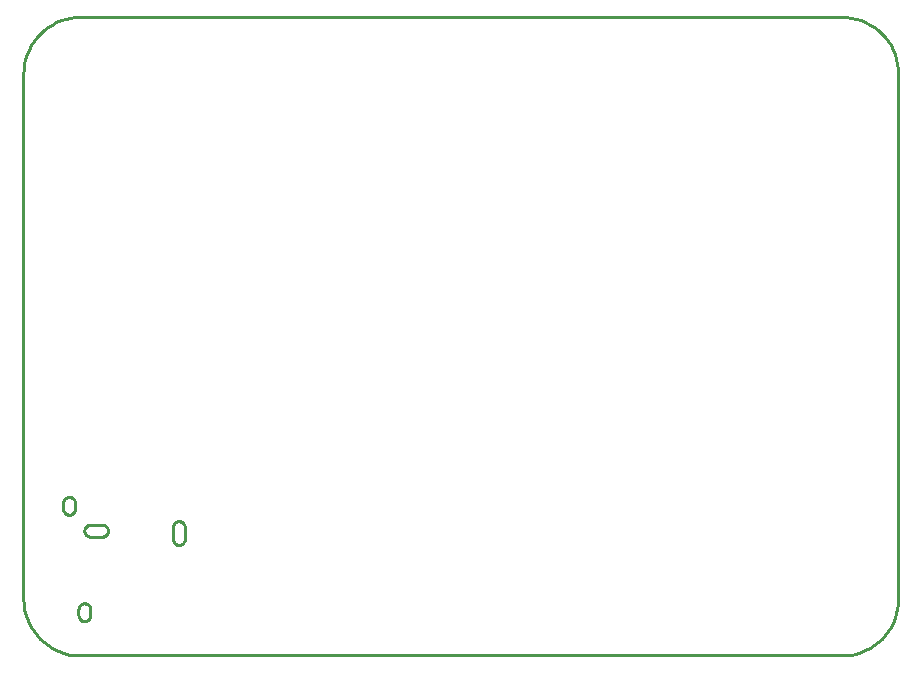
<source format=gbr>
G04 EAGLE Gerber RS-274X export*
G75*
%MOMM*%
%FSLAX34Y34*%
%LPD*%
%IN*%
%IPPOS*%
%AMOC8*
5,1,8,0,0,1.08239X$1,22.5*%
G01*
%ADD10C,0.254000*%


D10*
X2300Y50400D02*
X2483Y46208D01*
X3031Y42048D01*
X3939Y37951D01*
X5201Y33949D01*
X6807Y30072D01*
X8744Y26350D01*
X10999Y22811D01*
X13553Y19482D01*
X16388Y16388D01*
X19482Y13553D01*
X22811Y10999D01*
X26350Y8744D01*
X30072Y6807D01*
X33949Y5201D01*
X37951Y3939D01*
X42047Y3031D01*
X46208Y2483D01*
X50400Y2300D01*
X694800Y2300D01*
X698992Y2483D01*
X703152Y3031D01*
X707249Y3939D01*
X711251Y5201D01*
X715128Y6807D01*
X718850Y8744D01*
X722389Y10999D01*
X725718Y13553D01*
X728812Y16388D01*
X731647Y19482D01*
X734201Y22811D01*
X736456Y26350D01*
X738393Y30072D01*
X739999Y33949D01*
X741261Y37951D01*
X742169Y42048D01*
X742717Y46208D01*
X742900Y50400D01*
X742900Y494800D01*
X742717Y498992D01*
X742169Y503152D01*
X741261Y507249D01*
X739999Y511251D01*
X738393Y515128D01*
X736456Y518850D01*
X734201Y522389D01*
X731647Y525718D01*
X728812Y528812D01*
X725718Y531647D01*
X722389Y534201D01*
X718850Y536456D01*
X715128Y538393D01*
X711251Y539999D01*
X707249Y541261D01*
X703152Y542169D01*
X698992Y542717D01*
X694800Y542900D01*
X50400Y542900D01*
X46208Y542717D01*
X42048Y542169D01*
X37951Y541261D01*
X33949Y539999D01*
X30072Y538393D01*
X26350Y536456D01*
X22811Y534201D01*
X19482Y531647D01*
X16388Y528812D01*
X13553Y525718D01*
X10999Y522389D01*
X8744Y518850D01*
X6807Y515128D01*
X5201Y511251D01*
X3939Y507249D01*
X3031Y503153D01*
X2483Y498992D01*
X2300Y494800D01*
X2300Y50400D01*
X128900Y100900D02*
X128919Y100464D01*
X128976Y100032D01*
X129070Y99606D01*
X129202Y99190D01*
X129368Y98787D01*
X129570Y98400D01*
X129804Y98032D01*
X130070Y97686D01*
X130364Y97364D01*
X130686Y97070D01*
X131032Y96804D01*
X131400Y96570D01*
X131787Y96368D01*
X132190Y96202D01*
X132606Y96070D01*
X133032Y95976D01*
X133464Y95919D01*
X133900Y95900D01*
X134336Y95919D01*
X134768Y95976D01*
X135194Y96070D01*
X135610Y96202D01*
X136013Y96368D01*
X136400Y96570D01*
X136768Y96804D01*
X137114Y97070D01*
X137436Y97364D01*
X137730Y97686D01*
X137996Y98032D01*
X138230Y98400D01*
X138432Y98787D01*
X138598Y99190D01*
X138730Y99606D01*
X138824Y100032D01*
X138881Y100464D01*
X138900Y100900D01*
X138900Y110900D01*
X138881Y111336D01*
X138824Y111768D01*
X138730Y112194D01*
X138598Y112610D01*
X138432Y113013D01*
X138230Y113400D01*
X137996Y113768D01*
X137730Y114114D01*
X137436Y114436D01*
X137114Y114730D01*
X136768Y114996D01*
X136400Y115230D01*
X136013Y115432D01*
X135610Y115598D01*
X135194Y115730D01*
X134768Y115824D01*
X134336Y115881D01*
X133900Y115900D01*
X133464Y115881D01*
X133032Y115824D01*
X132606Y115730D01*
X132190Y115598D01*
X131787Y115432D01*
X131400Y115230D01*
X131032Y114996D01*
X130686Y114730D01*
X130364Y114436D01*
X130070Y114114D01*
X129804Y113768D01*
X129570Y113400D01*
X129368Y113013D01*
X129202Y112610D01*
X129070Y112194D01*
X128976Y111768D01*
X128919Y111336D01*
X128900Y110900D01*
X128900Y100900D01*
X53900Y107900D02*
X53919Y107464D01*
X53976Y107032D01*
X54070Y106606D01*
X54202Y106190D01*
X54368Y105787D01*
X54570Y105400D01*
X54804Y105032D01*
X55070Y104686D01*
X55364Y104364D01*
X55686Y104070D01*
X56032Y103804D01*
X56400Y103570D01*
X56787Y103368D01*
X57190Y103202D01*
X57606Y103070D01*
X58032Y102976D01*
X58464Y102919D01*
X58900Y102900D01*
X68900Y102900D01*
X69336Y102919D01*
X69768Y102976D01*
X70194Y103070D01*
X70610Y103202D01*
X71013Y103368D01*
X71400Y103570D01*
X71768Y103804D01*
X72114Y104070D01*
X72436Y104364D01*
X72730Y104686D01*
X72996Y105032D01*
X73230Y105400D01*
X73432Y105787D01*
X73598Y106190D01*
X73730Y106606D01*
X73824Y107032D01*
X73881Y107464D01*
X73900Y107900D01*
X73881Y108336D01*
X73824Y108768D01*
X73730Y109194D01*
X73598Y109610D01*
X73432Y110013D01*
X73230Y110400D01*
X72996Y110768D01*
X72730Y111114D01*
X72436Y111436D01*
X72114Y111730D01*
X71768Y111996D01*
X71400Y112230D01*
X71013Y112432D01*
X70610Y112598D01*
X70194Y112730D01*
X69768Y112824D01*
X69336Y112881D01*
X68900Y112900D01*
X58900Y112900D01*
X58464Y112881D01*
X58032Y112824D01*
X57606Y112730D01*
X57190Y112598D01*
X56787Y112432D01*
X56400Y112230D01*
X56032Y111996D01*
X55686Y111730D01*
X55364Y111436D01*
X55070Y111114D01*
X54804Y110768D01*
X54570Y110400D01*
X54368Y110013D01*
X54202Y109610D01*
X54070Y109194D01*
X53976Y108768D01*
X53919Y108336D01*
X53900Y107900D01*
X35900Y126400D02*
X35919Y125964D01*
X35976Y125532D01*
X36070Y125106D01*
X36202Y124690D01*
X36368Y124287D01*
X36570Y123900D01*
X36804Y123532D01*
X37070Y123186D01*
X37364Y122864D01*
X37686Y122570D01*
X38032Y122304D01*
X38400Y122070D01*
X38787Y121868D01*
X39190Y121702D01*
X39606Y121570D01*
X40032Y121476D01*
X40464Y121419D01*
X40900Y121400D01*
X41336Y121419D01*
X41768Y121476D01*
X42194Y121570D01*
X42610Y121702D01*
X43013Y121868D01*
X43400Y122070D01*
X43768Y122304D01*
X44114Y122570D01*
X44436Y122864D01*
X44730Y123186D01*
X44996Y123532D01*
X45230Y123900D01*
X45432Y124287D01*
X45598Y124690D01*
X45730Y125106D01*
X45824Y125532D01*
X45881Y125964D01*
X45900Y126400D01*
X45900Y131400D01*
X45881Y131836D01*
X45824Y132268D01*
X45730Y132694D01*
X45598Y133110D01*
X45432Y133513D01*
X45230Y133900D01*
X44996Y134268D01*
X44730Y134614D01*
X44436Y134936D01*
X44114Y135230D01*
X43768Y135496D01*
X43400Y135730D01*
X43013Y135932D01*
X42610Y136098D01*
X42194Y136230D01*
X41768Y136324D01*
X41336Y136381D01*
X40900Y136400D01*
X40464Y136381D01*
X40032Y136324D01*
X39606Y136230D01*
X39190Y136098D01*
X38787Y135932D01*
X38400Y135730D01*
X38032Y135496D01*
X37686Y135230D01*
X37364Y134936D01*
X37070Y134614D01*
X36804Y134268D01*
X36570Y133900D01*
X36368Y133513D01*
X36202Y133110D01*
X36070Y132694D01*
X35976Y132268D01*
X35919Y131836D01*
X35900Y131400D01*
X35900Y126400D01*
X48900Y36400D02*
X48919Y35964D01*
X48976Y35532D01*
X49070Y35106D01*
X49202Y34690D01*
X49368Y34287D01*
X49570Y33900D01*
X49804Y33532D01*
X50070Y33186D01*
X50364Y32864D01*
X50686Y32570D01*
X51032Y32304D01*
X51400Y32070D01*
X51787Y31868D01*
X52190Y31702D01*
X52606Y31570D01*
X53032Y31476D01*
X53464Y31419D01*
X53900Y31400D01*
X54336Y31419D01*
X54768Y31476D01*
X55194Y31570D01*
X55610Y31702D01*
X56013Y31868D01*
X56400Y32070D01*
X56768Y32304D01*
X57114Y32570D01*
X57436Y32864D01*
X57730Y33186D01*
X57996Y33532D01*
X58230Y33900D01*
X58432Y34287D01*
X58598Y34690D01*
X58730Y35106D01*
X58824Y35532D01*
X58881Y35964D01*
X58900Y36400D01*
X58900Y41400D01*
X58881Y41836D01*
X58824Y42268D01*
X58730Y42694D01*
X58598Y43110D01*
X58432Y43513D01*
X58230Y43900D01*
X57996Y44268D01*
X57730Y44614D01*
X57436Y44936D01*
X57114Y45230D01*
X56768Y45496D01*
X56400Y45730D01*
X56013Y45932D01*
X55610Y46098D01*
X55194Y46230D01*
X54768Y46324D01*
X54336Y46381D01*
X53900Y46400D01*
X53464Y46381D01*
X53032Y46324D01*
X52606Y46230D01*
X52190Y46098D01*
X51787Y45932D01*
X51400Y45730D01*
X51032Y45496D01*
X50686Y45230D01*
X50364Y44936D01*
X50070Y44614D01*
X49804Y44268D01*
X49570Y43900D01*
X49368Y43513D01*
X49202Y43110D01*
X49070Y42694D01*
X48976Y42268D01*
X48919Y41836D01*
X48900Y41400D01*
X48900Y36400D01*
M02*

</source>
